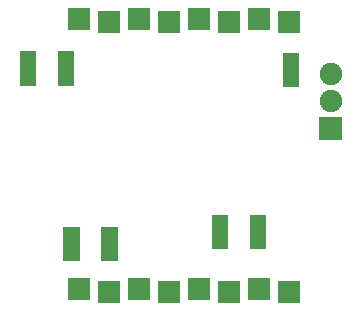
<source format=gbs>
G04 Layer: BottomSolderMaskLayer*
G04 EasyEDA v6.4.19.4, 2021-06-26T11:34:46+02:00*
G04 Gerber Generator version 0.2*
G04 Scale: 100 percent, Rotated: No, Reflected: No *
G04 Dimensions in inches *
G04 leading zeros omitted , absolute positions ,3 integer and 6 decimal *
%FSLAX36Y36*%
%MOIN*%

%ADD29R,0.0780X0.0780*%
%ADD31C,0.0749*%

%LPD*%
D29*
G01*
X560000Y1750000D03*
G01*
X660000Y1740000D03*
G01*
X760000Y1750000D03*
G01*
X860000Y1740000D03*
G01*
X960000Y1750000D03*
G01*
X1060000Y1740000D03*
G01*
X1160000Y1750000D03*
G01*
X1260000Y1740000D03*
G01*
X560000Y2650000D03*
G01*
X660000Y2640000D03*
G01*
X760000Y2650000D03*
G01*
X860000Y2640000D03*
G01*
X960000Y2650000D03*
G01*
X1060000Y2640000D03*
G01*
X1160000Y2650000D03*
G01*
X1260000Y2640000D03*
G36*
X1362299Y2247399D02*
G01*
X1362299Y2322300D01*
X1437799Y2322300D01*
X1437799Y2247399D01*
G37*
D31*
G01*
X1400000Y2375000D03*
G01*
X1400000Y2465160D03*
G36*
X1240399Y2422800D02*
G01*
X1240399Y2537100D01*
X1295600Y2537100D01*
X1295600Y2422800D01*
G37*
G36*
X364400Y2427800D02*
G01*
X364400Y2542100D01*
X419600Y2542100D01*
X419600Y2427800D01*
G37*
G36*
X490399Y2427800D02*
G01*
X490399Y2542100D01*
X545599Y2542100D01*
X545599Y2427800D01*
G37*
G36*
X635399Y1842800D02*
G01*
X635399Y1957100D01*
X690599Y1957100D01*
X690599Y1842800D01*
G37*
G36*
X509400Y1842800D02*
G01*
X509400Y1957100D01*
X564600Y1957100D01*
X564600Y1842800D01*
G37*
G36*
X1004399Y1882800D02*
G01*
X1004399Y1997100D01*
X1059600Y1997100D01*
X1059600Y1882800D01*
G37*
G36*
X1130399Y1882800D02*
G01*
X1130399Y1997100D01*
X1185600Y1997100D01*
X1185600Y1882800D01*
G37*
M02*

</source>
